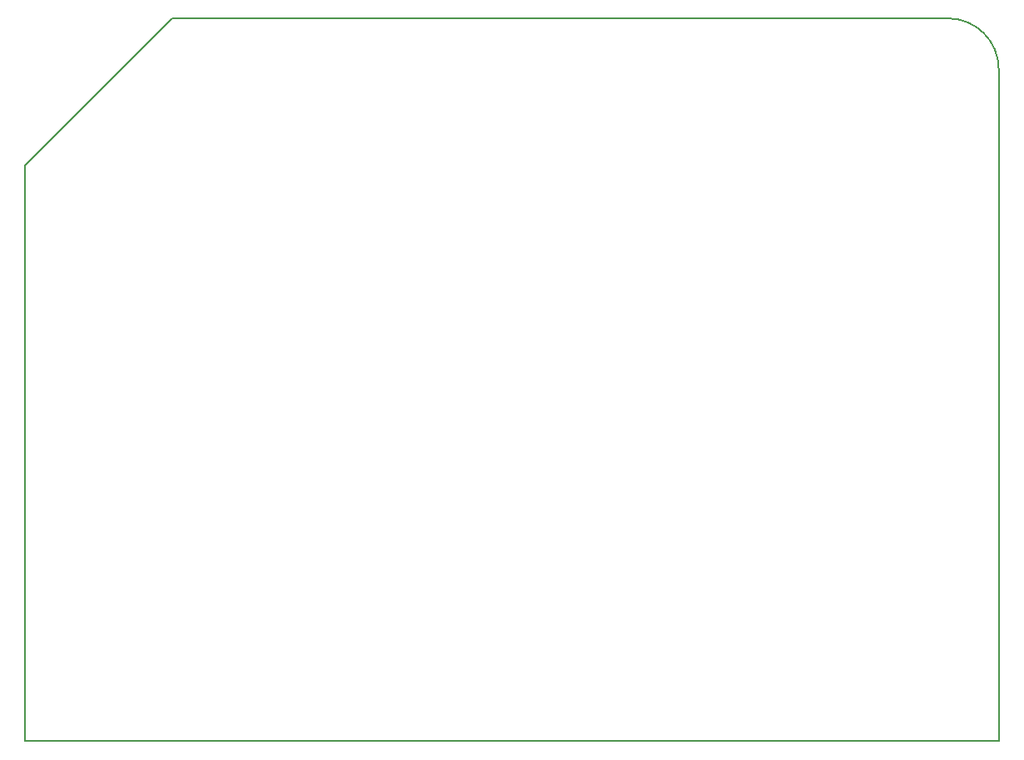
<source format=gm1>
G04 #@! TF.GenerationSoftware,KiCad,Pcbnew,6.0.2+dfsg-1*
G04 #@! TF.CreationDate,2024-02-05T13:25:35-05:00*
G04 #@! TF.ProjectId,megacart-ram,6d656761-6361-4727-942d-72616d2e6b69,rev?*
G04 #@! TF.SameCoordinates,Original*
G04 #@! TF.FileFunction,Profile,NP*
%FSLAX46Y46*%
G04 Gerber Fmt 4.6, Leading zero omitted, Abs format (unit mm)*
G04 Created by KiCad (PCBNEW 6.0.2+dfsg-1) date 2024-02-05 13:25:35*
%MOMM*%
%LPD*%
G01*
G04 APERTURE LIST*
G04 #@! TA.AperFunction,Profile*
%ADD10C,0.150000*%
G04 #@! TD*
G04 APERTURE END LIST*
D10*
X153898600Y-94774213D02*
X153898600Y-153365200D01*
X153898600Y-153365200D02*
X253000000Y-153365200D01*
X252998400Y-84942813D02*
G75*
G03*
X247818400Y-79762813I-5180000J0D01*
G01*
X247818400Y-79762813D02*
X168910000Y-79762813D01*
X168910000Y-79762813D02*
X153898600Y-94774213D01*
X252998400Y-84942813D02*
X253000000Y-153365200D01*
M02*

</source>
